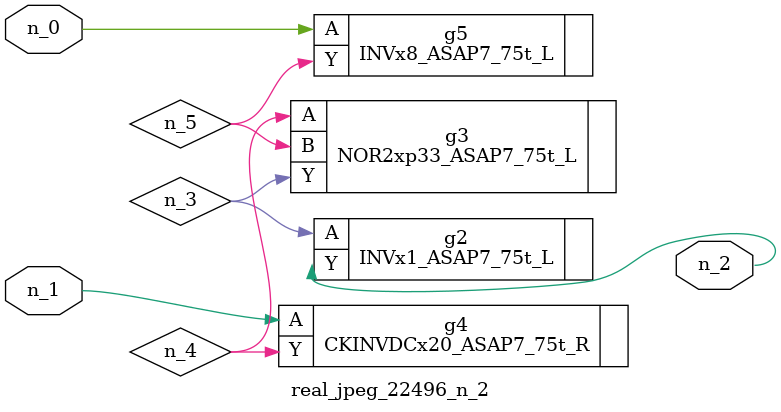
<source format=v>
module real_jpeg_22496_n_2 (n_1, n_0, n_2);

input n_1;
input n_0;

output n_2;

wire n_5;
wire n_4;
wire n_3;

INVx8_ASAP7_75t_L g5 ( 
.A(n_0),
.Y(n_5)
);

CKINVDCx20_ASAP7_75t_R g4 ( 
.A(n_1),
.Y(n_4)
);

INVx1_ASAP7_75t_L g2 ( 
.A(n_3),
.Y(n_2)
);

NOR2xp33_ASAP7_75t_L g3 ( 
.A(n_4),
.B(n_5),
.Y(n_3)
);


endmodule
</source>
